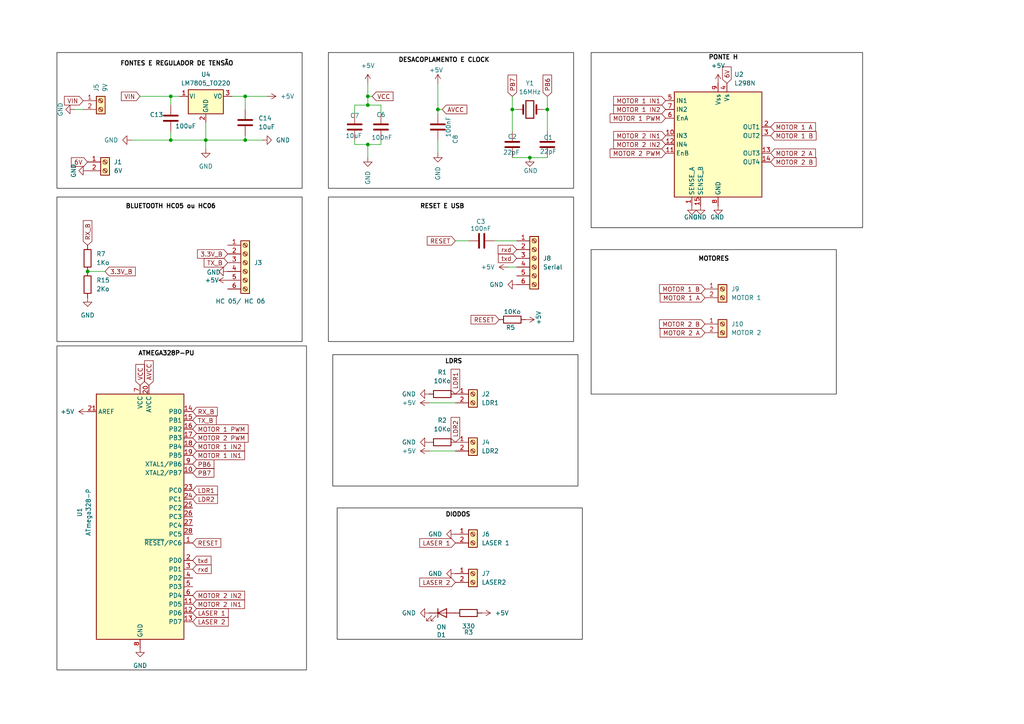
<source format=kicad_sch>
(kicad_sch (version 20250114) (generator "eeschema") (generator_version "9.0")
  (paper "A4")
  (lib_symbols
    (symbol "Connector:Screw_Terminal_01x02" (pin_names (offset 1.016) (hide yes))
      (property "Reference" "J" (at 0 2.54 0))
      (property "Value" "Screw_Terminal_01x02" (at 0 -5.08 0))
      (symbol "Screw_Terminal_01x02_1_1"
        (rectangle (start -1.27 1.27) (end 1.27 -3.81) (stroke (width 0.254)) (fill (type background)))
        (polyline (pts (xy -0.5334 0.3302) (xy 0.3302 -0.508)) (stroke (width 0.1524)))
        (polyline (pts (xy -0.5334 -2.2098) (xy 0.3302 -3.048)) (stroke (width 0.1524)))
        (polyline (pts (xy -0.3556 0.508) (xy 0.508 -0.3302)) (stroke (width 0.1524)))
        (polyline (pts (xy -0.3556 -2.032) (xy 0.508 -2.8702)) (stroke (width 0.1524)))
        (circle (center 0 0) (radius 0.635) (stroke (width 0.1524)))
        (circle (center 0 -2.54) (radius 0.635) (stroke (width 0.1524)))
        (pin passive line (at -5.08 0 0) (length 3.81) (name "Pin_1") (number "1"))
        (pin passive line (at -5.08 -2.54 0) (length 3.81) (name "Pin_2") (number "2"))
      )
    )
    (symbol "Connector:Screw_Terminal_01x06" (pin_names (offset 1.016) (hide yes))
      (property "Reference" "J" (at 0 7.62 0))
      (property "Value" "Screw_Terminal_01x06" (at 0 -10.16 0))
      (symbol "Screw_Terminal_01x06_1_1"
        (rectangle (start -1.27 6.35) (end 1.27 -8.89) (stroke (width 0.254)) (fill (type background)))
        (polyline (pts (xy -0.5334 5.4102) (xy 0.3302 4.572)) (stroke (width 0.1524)))
        (polyline (pts (xy -0.5334 2.8702) (xy 0.3302 2.032)) (stroke (width 0.1524)))
        (polyline (pts (xy -0.5334 0.3302) (xy 0.3302 -0.508)) (stroke (width 0.1524)))
        (polyline (pts (xy -0.5334 -2.2098) (xy 0.3302 -3.048)) (stroke (width 0.1524)))
        (polyline (pts (xy -0.5334 -4.7498) (xy 0.3302 -5.588)) (stroke (width 0.1524)))
        (polyline (pts (xy -0.5334 -7.2898) (xy 0.3302 -8.128)) (stroke (width 0.1524)))
        (polyline (pts (xy -0.3556 5.588) (xy 0.508 4.7498)) (stroke (width 0.1524)))
        (polyline (pts (xy -0.3556 3.048) (xy 0.508 2.2098)) (stroke (width 0.1524)))
        (polyline (pts (xy -0.3556 0.508) (xy 0.508 -0.3302)) (stroke (width 0.1524)))
        (polyline (pts (xy -0.3556 -2.032) (xy 0.508 -2.8702)) (stroke (width 0.1524)))
        (polyline (pts (xy -0.3556 -4.572) (xy 0.508 -5.4102)) (stroke (width 0.1524)))
        (polyline (pts (xy -0.3556 -7.112) (xy 0.508 -7.9502)) (stroke (width 0.1524)))
        (circle (center 0 5.08) (radius 0.635) (stroke (width 0.1524)))
        (circle (center 0 2.54) (radius 0.635) (stroke (width 0.1524)))
        (circle (center 0 0) (radius 0.635) (stroke (width 0.1524)))
        (circle (center 0 -2.54) (radius 0.635) (stroke (width 0.1524)))
        (circle (center 0 -5.08) (radius 0.635) (stroke (width 0.1524)))
        (circle (center 0 -7.62) (radius 0.635) (stroke (width 0.1524)))
        (pin passive line (at -5.08 5.08 0) (length 3.81) (name "Pin_1") (number "1"))
        (pin passive line (at -5.08 2.54 0) (length 3.81) (name "Pin_2") (number "2"))
        (pin passive line (at -5.08 0 0) (length 3.81) (name "Pin_3") (number "3"))
        (pin passive line (at -5.08 -2.54 0) (length 3.81) (name "Pin_4") (number "4"))
        (pin passive line (at -5.08 -5.08 0) (length 3.81) (name "Pin_5") (number "5"))
        (pin passive line (at -5.08 -7.62 0) (length 3.81) (name "Pin_6") (number "6"))
      )
    )
    (symbol "Device:C" (pin_numbers (hide yes)) (pin_names (offset 0.254))
      (property "Reference" "C" (at 0.635 2.54 0))
      (property "Value" "C" (at 0.635 -2.54 0))
      (symbol "C_0_1"
        (polyline (pts (xy -2.032 0.762) (xy 2.032 0.762)) (stroke (width 0.508)))
        (polyline (pts (xy -2.032 -0.762) (xy 2.032 -0.762)) (stroke (width 0.508)))
      )
      (symbol "C_1_1"
        (pin passive line (at 0 3.81 270) (length 2.794) (name "~") (number "1"))
        (pin passive line (at 0 -3.81 90) (length 2.794) (name "~") (number "2"))
      )
    )
    (symbol "Device:Crystal" (pin_numbers (hide yes)) (pin_names (offset 1.016) (hide yes))
      (property "Reference" "Y" (at 0 3.81 0))
      (property "Value" "Crystal" (at 0 -3.81 0))
      (symbol "Crystal_0_1"
        (polyline (pts (xy -2.54 0) (xy -1.905 0)))
        (polyline (pts (xy -1.905 -1.27) (xy -1.905 1.27)) (stroke (width 0.508)))
        (rectangle (start -1.143 2.54) (end 1.143 -2.54) (stroke (width 0.3048)))
        (polyline (pts (xy 1.905 -1.27) (xy 1.905 1.27)) (stroke (width 0.508)))
        (polyline (pts (xy 2.54 0) (xy 1.905 0)))
      )
      (symbol "Crystal_1_1"
        (pin passive line (at -3.81 0 0) (length 1.27) (name "1") (number "1"))
        (pin passive line (at 3.81 0 180) (length 1.27) (name "2") (number "2"))
      )
    )
    (symbol "Device:LED" (pin_numbers (hide yes)) (pin_names (offset 1.016) (hide yes))
      (property "Reference" "D" (at 0 2.54 0))
      (property "Value" "LED" (at 0 -2.54 0))
      (symbol "LED_0_1"
        (polyline (pts (xy -3.048 -0.762) (xy -4.572 -2.286) (xy -3.81 -2.286) (xy -4.572 -2.286) (xy -4.572 -1.524)))
        (polyline (pts (xy -1.778 -0.762) (xy -3.302 -2.286) (xy -2.54 -2.286) (xy -3.302 -2.286) (xy -3.302 -1.524)))
        (polyline (pts (xy -1.27 0) (xy 1.27 0)))
        (polyline (pts (xy -1.27 -1.27) (xy -1.27 1.27)) (stroke (width 0.254)))
        (polyline (pts (xy 1.27 -1.27) (xy 1.27 1.27) (xy -1.27 0) (xy 1.27 -1.27)) (stroke (width 0.254)))
      )
      (symbol "LED_1_1"
        (pin passive line (at -3.81 0 0) (length 2.54) (name "K") (number "1"))
        (pin passive line (at 3.81 0 180) (length 2.54) (name "A") (number "2"))
      )
    )
    (symbol "Device:R" (pin_numbers (hide yes)) (pin_names (offset 0))
      (property "Reference" "R" (at 2.032 0 90))
      (property "Value" "R" (at 0 0 90))
      (symbol "R_0_1"
        (rectangle (start -1.016 -2.54) (end 1.016 2.54) (stroke (width 0.254)))
      )
      (symbol "R_1_1"
        (pin passive line (at 0 3.81 270) (length 1.27) (name "~") (number "1"))
        (pin passive line (at 0 -3.81 90) (length 1.27) (name "~") (number "2"))
      )
    )
    (symbol "Driver_Motor:L298N"
      (property "Reference" "U" (at -10.16 16.51 0))
      (property "Value" "L298N" (at 12.7 16.51 0))
      (symbol "L298N_0_1"
        (rectangle (start -12.7 15.24) (end 12.7 -15.24) (stroke (width 0.254)) (fill (type background)))
      )
      (symbol "L298N_1_1"
        (pin input line (at -15.24 12.7 0) (length 2.54) (name "IN1") (number "5"))
        (pin input line (at -15.24 10.16 0) (length 2.54) (name "IN2") (number "7"))
        (pin input line (at -15.24 7.62 0) (length 2.54) (name "EnA") (number "6"))
        (pin input line (at -15.24 2.54 0) (length 2.54) (name "IN3") (number "10"))
        (pin input line (at -15.24 0 0) (length 2.54) (name "IN4") (number "12"))
        (pin input line (at -15.24 -2.54 0) (length 2.54) (name "EnB") (number "11"))
        (pin input line (at -7.62 -17.78 90) (length 2.54) (name "SENSE_A") (number "1"))
        (pin input line (at -5.08 -17.78 90) (length 2.54) (name "SENSE_B") (number "15"))
        (pin power_in line (at 0 17.78 270) (length 2.54) (name "Vss") (number "9"))
        (pin power_in line (at 0 -17.78 90) (length 2.54) (name "GND") (number "8"))
        (pin power_in line (at 2.54 17.78 270) (length 2.54) (name "Vs") (number "4"))
        (pin output line (at 15.24 5.08 180) (length 2.54) (name "OUT1") (number "2"))
        (pin output line (at 15.24 2.54 180) (length 2.54) (name "OUT2") (number "3"))
        (pin output line (at 15.24 -2.54 180) (length 2.54) (name "OUT3") (number "13"))
        (pin output line (at 15.24 -5.08 180) (length 2.54) (name "OUT4") (number "14"))
      )
    )
    (symbol "MCU_Microchip_ATmega:ATmega328-P"
      (property "Reference" "U" (at -12.7 36.83 0))
      (property "Value" "ATmega328-P" (at 2.54 -36.83 0))
      (symbol "ATmega328-P_0_1"
        (rectangle (start -12.7 -35.56) (end 12.7 35.56) (stroke (width 0.254)) (fill (type background)))
      )
      (symbol "ATmega328-P_1_1"
        (pin passive line (at -15.24 30.48 0) (length 2.54) (name "AREF") (number "21"))
        (pin power_in line (at 0 38.1 270) (length 2.54) (name "VCC") (number "7"))
        (pin passive line (at 0 -38.1 90) (length 2.54) (hide yes) (name "GND") (number "22"))
        (pin power_in line (at 0 -38.1 90) (length 2.54) (name "GND") (number "8"))
        (pin power_in line (at 2.54 38.1 270) (length 2.54) (name "AVCC") (number "20"))
        (pin bidirectional line (at 15.24 30.48 180) (length 2.54) (name "PB0") (number "14"))
        (pin bidirectional line (at 15.24 27.94 180) (length 2.54) (name "PB1") (number "15"))
        (pin bidirectional line (at 15.24 25.4 180) (length 2.54) (name "PB2") (number "16"))
        (pin bidirectional line (at 15.24 22.86 180) (length 2.54) (name "PB3") (number "17"))
        (pin bidirectional line (at 15.24 20.32 180) (length 2.54) (name "PB4") (number "18"))
        (pin bidirectional line (at 15.24 17.78 180) (length 2.54) (name "PB5") (number "19"))
        (pin bidirectional line (at 15.24 15.24 180) (length 2.54) (name "XTAL1/PB6") (number "9"))
        (pin bidirectional line (at 15.24 12.7 180) (length 2.54) (name "XTAL2/PB7") (number "10"))
        (pin bidirectional line (at 15.24 7.62 180) (length 2.54) (name "PC0") (number "23"))
        (pin bidirectional line (at 15.24 5.08 180) (length 2.54) (name "PC1") (number "24"))
        (pin bidirectional line (at 15.24 2.54 180) (length 2.54) (name "PC2") (number "25"))
        (pin bidirectional line (at 15.24 0 180) (length 2.54) (name "PC3") (number "26"))
        (pin bidirectional line (at 15.24 -2.54 180) (length 2.54) (name "PC4") (number "27"))
        (pin bidirectional line (at 15.24 -5.08 180) (length 2.54) (name "PC5") (number "28"))
        (pin bidirectional line (at 15.24 -7.62 180) (length 2.54) (name "~{RESET}/PC6") (number "1"))
        (pin bidirectional line (at 15.24 -12.7 180) (length 2.54) (name "PD0") (number "2"))
        (pin bidirectional line (at 15.24 -15.24 180) (length 2.54) (name "PD1") (number "3"))
        (pin bidirectional line (at 15.24 -17.78 180) (length 2.54) (name "PD2") (number "4"))
        (pin bidirectional line (at 15.24 -20.32 180) (length 2.54) (name "PD3") (number "5"))
        (pin bidirectional line (at 15.24 -22.86 180) (length 2.54) (name "PD4") (number "6"))
        (pin bidirectional line (at 15.24 -25.4 180) (length 2.54) (name "PD5") (number "11"))
        (pin bidirectional line (at 15.24 -27.94 180) (length 2.54) (name "PD6") (number "12"))
        (pin bidirectional line (at 15.24 -30.48 180) (length 2.54) (name "PD7") (number "13"))
      )
    )
    (symbol "Regulator_Linear:LM7805_TO220" (pin_names (offset 0.254))
      (property "Reference" "U" (at -3.81 3.175 0))
      (property "Value" "LM7805_TO220" (at 0 3.175 0))
      (symbol "LM7805_TO220_0_1"
        (rectangle (start -5.08 1.905) (end 5.08 -5.08) (stroke (width 0.254)) (fill (type background)))
      )
      (symbol "LM7805_TO220_1_1"
        (pin power_in line (at -7.62 0 0) (length 2.54) (name "VI") (number "1"))
        (pin power_in line (at 0 -7.62 90) (length 2.54) (name "GND") (number "2"))
        (pin power_out line (at 7.62 0 180) (length 2.54) (name "VO") (number "3"))
      )
    )
    (symbol "power:+5V" (power) (pin_numbers (hide yes)) (pin_names (offset 0) (hide yes))
      (property "Value" "+5V" (at 0 3.556 0))
      (symbol "+5V_0_1"
        (polyline (pts (xy -0.762 1.27) (xy 0 2.54)))
        (polyline (pts (xy 0 2.54) (xy 0.762 1.27)))
        (polyline (pts (xy 0 0) (xy 0 2.54)))
      )
      (symbol "+5V_1_1"
        (pin power_in line (at 0 0 90) (length 0) (name "~") (number "1"))
      )
    )
    (symbol "power:GND" (power) (pin_numbers (hide yes)) (pin_names (offset 0) (hide yes))
      (property "Value" "GND" (at 0 -3.81 0))
      (symbol "GND_0_1"
        (polyline (pts (xy 0 0) (xy 0 -1.27) (xy 1.27 -1.27) (xy 0 -2.54) (xy -1.27 -1.27) (xy 0 -1.27)))
      )
      (symbol "GND_1_1"
        (pin power_in line (at 0 0 270) (length 0) (name "~") (number "1"))
      )
    )
  )
  (rectangle (start 16.51 57.15) (end 87.63 99.06) (stroke (width 0) (color 0 0 0 1)))
  (rectangle (start 95.25 57.15) (end 166.37 99.06) (stroke (width 0) (color 0 0 0 1)))
  (rectangle (start 97.79 147.32) (end 168.91 185.42) (stroke (width 0) (color 0 0 0 1)))
  (rectangle (start 171.45 15.24) (end 250.19 66.04) (stroke (width 0) (color 0 0 0 1)))
  (rectangle (start 16.51 15.24) (end 87.63 54.61) (stroke (width 0) (color 0 0 0 1)))
  (rectangle (start 16.51 100.33) (end 88.9 194.31) (stroke (width 0) (color 0 0 0 1)))
  (rectangle (start 96.52 102.87) (end 167.64 140.97) (stroke (width 0) (color 0 0 0 1)))
  (rectangle (start 171.45 72.39) (end 242.57 114.3) (stroke (width 0) (color 0 0 0 1)))
  (rectangle (start 95.25 15.24) (end 166.37 54.61) (stroke (width 0) (color 0 0 0 1)))
  (text "PONTE H\n" (at 209.804 16.764 0) (effects (font (size 1.27 1.27) (thickness 0.254) (bold yes))))
  (text "ATMEGA328P-PU" (at 48.26 102.616 0) (effects (font (size 1.27 1.27) (thickness 0.254) (bold yes))))
  (text "LDRS\n" (at 131.572 104.902 0) (effects (font (size 1.27 1.27) (thickness 0.254) (bold yes))))
  (text "DIODOS\n" (at 132.842 149.352 0) (effects (font (size 1.27 1.27) (thickness 0.254) (bold yes))))
  (text "RESET E USB" (at 128.27 59.944 0) (effects (font (size 1.27 1.27) (thickness 0.254) (bold yes))))
  (text "MOTORES" (at 207.01 75.184 0) (effects (font (size 1.27 1.27) (thickness 0.254) (bold yes))))
  (text "DESACOPLAMENTO E CLOCK" (at 128.778 17.526 0) (effects (font (size 1.27 1.27) (thickness 0.254) (bold yes))))
  (text "BLUETOOTH HC05 ou HC06\n" (at 49.53 59.944 0) (effects (font (size 1.27 1.27) (thickness 0.254) (bold yes))))
  (text "FONTES E REGULADOR DE TENSÃO" (at 51.308 18.542 0) (effects (font (size 1.27 1.27) (thickness 0.254) (bold yes))))
  (junction (at 106.68 30.48))
  (junction (at 59.69 40.64))
  (junction (at 127 31.75))
  (junction (at 25.4 78.74))
  (junction (at 49.53 40.64))
  (junction (at 49.53 27.94))
  (junction (at 153.67 45.72))
  (junction (at 71.12 40.64))
  (junction (at 71.12 27.94))
  (junction (at 158.75 31.75))
  (junction (at 106.68 41.91))
  (junction (at 106.68 27.94))
  (junction (at 148.59 31.75))
  (wire (pts (xy 124.46 116.84) (xy 132.08 116.84)))
  (wire (pts (xy 102.87 30.48) (xy 106.68 30.48)))
  (wire (pts (xy 40.64 27.94) (xy 49.53 27.94)))
  (wire (pts (xy 106.68 27.94) (xy 106.68 30.48)))
  (wire (pts (xy 143.51 69.85) (xy 149.86 69.85)))
  (wire (pts (xy 59.69 35.56) (xy 59.69 40.64)))
  (wire (pts (xy 38.1 40.64) (xy 49.53 40.64)))
  (wire (pts (xy 158.75 31.75) (xy 157.48 31.75)))
  (wire (pts (xy 127 31.75) (xy 127 33.02)))
  (wire (pts (xy 158.75 31.75) (xy 158.75 27.94)))
  (wire (pts (xy 106.68 45.72) (xy 106.68 41.91)))
  (wire (pts (xy 158.75 45.72) (xy 153.67 45.72)))
  (wire (pts (xy 49.53 40.64) (xy 49.53 38.1)))
  (wire (pts (xy 106.68 41.91) (xy 102.87 41.91)))
  (wire (pts (xy 67.31 27.94) (xy 71.12 27.94)))
  (wire (pts (xy 71.12 27.94) (xy 77.47 27.94)))
  (wire (pts (xy 127 40.64) (xy 127 44.45)))
  (wire (pts (xy 102.87 33.02) (xy 102.87 30.48)))
  (wire (pts (xy 21.59 31.75) (xy 24.13 31.75)))
  (wire (pts (xy 49.53 40.64) (xy 59.69 40.64)))
  (wire (pts (xy 124.46 130.81) (xy 132.08 130.81)))
  (wire (pts (xy 149.86 31.75) (xy 148.59 31.75)))
  (wire (pts (xy 71.12 27.94) (xy 71.12 31.75)))
  (wire (pts (xy 158.75 31.75) (xy 158.75 38.1)))
  (wire (pts (xy 153.67 45.72) (xy 148.59 45.72)))
  (wire (pts (xy 59.69 40.64) (xy 59.69 43.18)))
  (wire (pts (xy 25.4 78.74) (xy 30.48 78.74)))
  (wire (pts (xy 49.53 27.94) (xy 49.53 30.48)))
  (wire (pts (xy 107.95 27.94) (xy 106.68 27.94)))
  (wire (pts (xy 106.68 30.48) (xy 110.49 30.48)))
  (wire (pts (xy 110.49 41.91) (xy 110.49 40.64)))
  (wire (pts (xy 71.12 40.64) (xy 76.2 40.64)))
  (wire (pts (xy 110.49 30.48) (xy 110.49 33.02)))
  (wire (pts (xy 148.59 31.75) (xy 148.59 38.1)))
  (wire (pts (xy 106.68 24.13) (xy 106.68 27.94)))
  (wire (pts (xy 102.87 41.91) (xy 102.87 40.64)))
  (wire (pts (xy 59.69 40.64) (xy 71.12 40.64)))
  (wire (pts (xy 132.08 69.85) (xy 135.89 69.85)))
  (wire (pts (xy 128.27 31.75) (xy 127 31.75)))
  (wire (pts (xy 148.59 31.75) (xy 148.59 27.94)))
  (wire (pts (xy 49.53 27.94) (xy 52.07 27.94)))
  (wire (pts (xy 127 24.13) (xy 127 31.75)))
  (wire (pts (xy 106.68 41.91) (xy 110.49 41.91)))
  (wire (pts (xy 147.32 77.47) (xy 149.86 77.47)))
  (wire (pts (xy 71.12 40.64) (xy 71.12 39.37)))
  (global_label "RX_B" (shape input) (at 25.4 71.12 90) (property "Intersheetrefs" "${INTERSHEET_REFS}" (effects (hide yes))))
  (global_label "LDR1" (shape input) (at 55.88 142.24 0) (property "Intersheetrefs" "${INTERSHEET_REFS}" (effects (hide yes))))
  (global_label "LASER 1" (shape input) (at 132.08 157.48 180) (property "Intersheetrefs" "${INTERSHEET_REFS}" (effects (hide yes))))
  (global_label "VIN" (shape input) (at 24.13 29.21 180) (property "Intersheetrefs" "${INTERSHEET_REFS}" (effects (hide yes))))
  (global_label "txd" (shape input) (at 149.86 74.93 180) (property "Intersheetrefs" "${INTERSHEET_REFS}" (effects (hide yes))))
  (global_label "MOTOR 2 A" (shape input) (at 204.47 96.52 180) (property "Intersheetrefs" "${INTERSHEET_REFS}" (effects (hide yes))))
  (global_label "MOTOR 2 IN2" (shape input) (at 193.04 41.91 180) (property "Intersheetrefs" "${INTERSHEET_REFS}" (effects (hide yes))))
  (global_label "LDR2" (shape input) (at 132.08 128.27 90) (property "Intersheetrefs" "${INTERSHEET_REFS}" (effects (hide yes))))
  (global_label "MOTOR 2 B" (shape input) (at 223.52 46.99 0) (property "Intersheetrefs" "${INTERSHEET_REFS}" (effects (hide yes))))
  (global_label "MOTOR 2 IN1" (shape input) (at 55.88 175.26 0) (property "Intersheetrefs" "${INTERSHEET_REFS}" (effects (hide yes))))
  (global_label "rxd" (shape input) (at 149.86 72.39 180) (property "Intersheetrefs" "${INTERSHEET_REFS}" (effects (hide yes))))
  (global_label "MOTOR 2 A" (shape input) (at 223.52 44.45 0) (property "Intersheetrefs" "${INTERSHEET_REFS}" (effects (hide yes))))
  (global_label "AVCC" (shape input) (at 128.27 31.75 0) (effects (font (thickness 0.1588))) (property "Intersheetrefs" "${INTERSHEET_REFS}" (effects (hide yes))))
  (global_label "MOTOR 2 B" (shape input) (at 204.47 93.98 180) (property "Intersheetrefs" "${INTERSHEET_REFS}" (effects (hide yes))))
  (global_label "RX_B" (shape input) (at 55.88 119.38 0) (property "Intersheetrefs" "${INTERSHEET_REFS}" (effects (hide yes))))
  (global_label "RESET" (shape input) (at 132.08 69.85 180) (property "Intersheetrefs" "${INTERSHEET_REFS}" (effects (hide yes))))
  (global_label "MOTOR 1 B" (shape input) (at 223.52 39.37 0) (property "Intersheetrefs" "${INTERSHEET_REFS}" (effects (hide yes))))
  (global_label "6V" (shape input) (at 25.4 46.99 180) (property "Intersheetrefs" "${INTERSHEET_REFS}" (effects (hide yes))))
  (global_label "6V" (shape input) (at 210.82 24.13 90) (property "Intersheetrefs" "${INTERSHEET_REFS}" (effects (hide yes))))
  (global_label "TX_B" (shape input) (at 55.88 121.92 0) (property "Intersheetrefs" "${INTERSHEET_REFS}" (effects (hide yes))))
  (global_label "VIN" (shape input) (at 40.64 27.94 180) (property "Intersheetrefs" "${INTERSHEET_REFS}" (effects (hide yes))))
  (global_label "PB6" (shape input) (at 158.75 27.94 90) (effects (font (thickness 0.1588))) (property "Intersheetrefs" "${INTERSHEET_REFS}" (effects (hide yes))))
  (global_label "3.3V_B" (shape input) (at 66.04 73.66 180) (property "Intersheetrefs" "${INTERSHEET_REFS}" (effects (hide yes))))
  (global_label "LASER 2" (shape input) (at 55.88 180.34 0) (property "Intersheetrefs" "${INTERSHEET_REFS}" (effects (hide yes))))
  (global_label "MOTOR 2 IN1" (shape input) (at 193.04 39.37 180) (property "Intersheetrefs" "${INTERSHEET_REFS}" (effects (hide yes))))
  (global_label "MOTOR 1 IN2" (shape input) (at 55.88 129.54 0) (property "Intersheetrefs" "${INTERSHEET_REFS}" (effects (hide yes))))
  (global_label "VCC" (shape input) (at 107.95 27.94 0) (effects (font (thickness 0.1588))) (property "Intersheetrefs" "${INTERSHEET_REFS}" (effects (hide yes))))
  (global_label "RESET" (shape input) (at 55.88 157.48 0) (property "Intersheetrefs" "${INTERSHEET_REFS}" (effects (hide yes))))
  (global_label "PB7" (shape input) (at 55.88 137.16 0) (effects (font (thickness 0.1588))) (property "Intersheetrefs" "${INTERSHEET_REFS}" (effects (hide yes))))
  (global_label "LASER 2" (shape input) (at 132.08 168.91 180) (property "Intersheetrefs" "${INTERSHEET_REFS}" (effects (hide yes))))
  (global_label "LDR2" (shape input) (at 55.88 144.78 0) (property "Intersheetrefs" "${INTERSHEET_REFS}" (effects (hide yes))))
  (global_label "MOTOR 1 B" (shape input) (at 204.47 83.82 180) (property "Intersheetrefs" "${INTERSHEET_REFS}" (effects (hide yes))))
  (global_label "MOTOR 1 IN1" (shape input) (at 193.04 29.21 180) (property "Intersheetrefs" "${INTERSHEET_REFS}" (effects (hide yes))))
  (global_label "LASER 1" (shape input) (at 55.88 177.8 0) (property "Intersheetrefs" "${INTERSHEET_REFS}" (effects (hide yes))))
  (global_label "MOTOR 2 IN2" (shape input) (at 55.88 172.72 0) (property "Intersheetrefs" "${INTERSHEET_REFS}" (effects (hide yes))))
  (global_label "PB6" (shape input) (at 55.88 134.62 0) (effects (font (thickness 0.1588))) (property "Intersheetrefs" "${INTERSHEET_REFS}" (effects (hide yes))))
  (global_label "txd" (shape input) (at 55.88 162.56 0) (property "Intersheetrefs" "${INTERSHEET_REFS}" (effects (hide yes))))
  (global_label "PB7" (shape input) (at 148.59 27.94 90) (effects (font (thickness 0.1588))) (property "Intersheetrefs" "${INTERSHEET_REFS}" (effects (hide yes))))
  (global_label "MOTOR 1 A" (shape input) (at 223.52 36.83 0) (property "Intersheetrefs" "${INTERSHEET_REFS}" (effects (hide yes))))
  (global_label "LDR1" (shape input) (at 132.08 114.3 90) (property "Intersheetrefs" "${INTERSHEET_REFS}" (effects (hide yes))))
  (global_label "MOTOR 1 PWM" (shape input) (at 193.04 34.29 180) (property "Intersheetrefs" "${INTERSHEET_REFS}" (effects (hide yes))))
  (global_label "rxd" (shape input) (at 55.88 165.1 0) (property "Intersheetrefs" "${INTERSHEET_REFS}" (effects (hide yes))))
  (global_label "MOTOR 1 A" (shape input) (at 204.47 86.36 180) (property "Intersheetrefs" "${INTERSHEET_REFS}" (effects (hide yes))))
  (global_label "VCC" (shape input) (at 40.64 111.76 90) (effects (font (thickness 0.1588))) (property "Intersheetrefs" "${INTERSHEET_REFS}" (effects (hide yes))))
  (global_label "MOTOR 2 PWM" (shape input) (at 55.88 127 0) (property "Intersheetrefs" "${INTERSHEET_REFS}" (effects (hide yes))))
  (global_label "MOTOR 1 IN2" (shape input) (at 193.04 31.75 180) (property "Intersheetrefs" "${INTERSHEET_REFS}" (effects (hide yes))))
  (global_label "AVCC" (shape input) (at 43.18 111.76 90) (effects (font (thickness 0.1588))) (property "Intersheetrefs" "${INTERSHEET_REFS}" (effects (hide yes))))
  (global_label "RESET" (shape input) (at 144.78 92.71 180) (property "Intersheetrefs" "${INTERSHEET_REFS}" (effects (hide yes))))
  (global_label "MOTOR 1 IN1" (shape input) (at 55.88 132.08 0) (property "Intersheetrefs" "${INTERSHEET_REFS}" (effects (hide yes))))
  (global_label "MOTOR 1 PWM" (shape input) (at 55.88 124.46 0) (property "Intersheetrefs" "${INTERSHEET_REFS}" (effects (hide yes))))
  (global_label "TX_B" (shape input) (at 66.04 76.2 180) (property "Intersheetrefs" "${INTERSHEET_REFS}" (effects (hide yes))))
  (global_label "3.3V_B" (shape input) (at 30.48 78.74 0) (property "Intersheetrefs" "${INTERSHEET_REFS}" (effects (hide yes))))
  (global_label "MOTOR 2 PWM" (shape input) (at 193.04 44.45 180) (property "Intersheetrefs" "${INTERSHEET_REFS}" (effects (hide yes))))
  (symbol (lib_id "Device:C") (at 49.53 34.29 0) (unit 1)
    (property "Reference" "C13" (at 43.434 33.274 0) (effects (justify left)))
    (property "Value" "100uF" (at 50.8 36.576 0) (effects (justify left)))
    (property "Footprint" "Capacitor_THT:CP_Radial_D6.3mm_P2.50mm" (effects (hide yes)))
    (property "Description" "Unpolarized capacitor" (effects (hide yes)))
  )
  (symbol (lib_id "Driver_Motor:L298N") (at 208.28 41.91 0) (unit 1)
    (property "Reference" "U2" (at 212.9633 21.59 0) (effects (justify left)))
    (property "Value" "L298N" (at 212.9633 24.13 0) (effects (justify left)))
    (property "Footprint" "Package_TO_SOT_THT:TO-220-15_P2.54x5.08mm_StaggerOdd_Lead4.58mm_Vertical" (effects (hide yes)))
    (property "Datasheet" "http://www.st.com/st-web-ui/static/active/en/resource/technical/document/datasheet/CD00000240.pdf" (effects (hide yes)))
    (property "Description" "Dual full bridge motor driver, up to 46V, 4A, Multiwatt15-V" (effects (hide yes)))
  )
  (symbol (lib_id "Device:C") (at 71.12 35.56 0) (unit 1)
    (property "Reference" "C14" (at 74.93 34.2899 0) (effects (justify left)))
    (property "Value" "10uF" (at 74.93 36.8299 0) (effects (justify left)))
    (property "Footprint" "Capacitor_THT:CP_Radial_D6.3mm_P2.50mm" (effects (hide yes)))
    (property "Description" "Unpolarized capacitor" (effects (hide yes)))
  )
  (symbol (lib_id "Device:R") (at 135.89 177.8 270) (unit 1)
    (property "Reference" "R3" (at 135.89 183.388 90))
    (property "Value" "330" (at 135.89 181.61 90))
    (property "Footprint" "Resistor_THT:R_Axial_DIN0207_L6.3mm_D2.5mm_P10.16mm_Horizontal" (effects (hide yes)))
    (property "Description" "Resistor" (effects (hide yes)))
  )
  (symbol (lib_id "Connector:Screw_Terminal_01x02") (at 137.16 166.37 0) (unit 1)
    (property "Reference" "J7" (at 139.7 166.3699 0) (effects (justify left)))
    (property "Value" "LASER2" (at 139.7 168.9099 0) (effects (justify left)))
    (property "Footprint" "TerminalBlock:TerminalBlock_MaiXu_MX126-5.0-02P_1x02_P5.00mm" (effects (hide yes)))
    (property "Description" "Generic screw terminal, single row, 01x02, script generated (kicad-library-utils/schlib/autogen/connector/)" (effects (hide yes)))
  )
  (symbol (lib_id "Device:C") (at 139.7 69.85 90) (unit 1)
    (property "Reference" "C3" (at 139.446 64.262 90))
    (property "Value" "100nF" (at 139.446 66.294 90))
    (property "Footprint" "Capacitor_THT:CP_Radial_Tantal_D5.5mm_P2.50mm" (effects (hide yes)))
    (property "Description" "Unpolarized capacitor" (effects (hide yes)))
  )
  (symbol (lib_id "power:GND") (at 59.69 43.18 0) (unit 1)
    (property "Reference" "#PWR025" (effects (hide yes)))
    (property "Value" "GND" (at 59.69 48.26 0))
    (property "Description" "Power symbol creates a global label with name \"GND\" , ground" (effects (hide yes)))
  )
  (symbol (lib_id "Regulator_Linear:LM7805_TO220") (at 59.69 27.94 0) (unit 1)
    (property "Reference" "U4" (at 59.69 21.59 0))
    (property "Value" "LM7805_TO220" (at 59.69 24.13 0))
    (property "Footprint" "Package_TO_SOT_THT:TO-220-3_Vertical" (effects (hide yes)))
    (property "Datasheet" "https://www.onsemi.cn/PowerSolutions/document/MC7800-D.PDF" (effects (hide yes)))
    (property "Description" "Positive 1A 35V Linear Regulator, Fixed Output 5V, TO-220" (effects (hide yes)))
  )
  (symbol (lib_id "power:GND") (at 25.4 49.53 270) (unit 1)
    (property "Reference" "#PWR04" (effects (hide yes)))
    (property "Value" "GND" (at 21.336 49.53 0))
    (property "Description" "Power symbol creates a global label with name \"GND\" , ground" (effects (hide yes)))
  )
  (symbol (lib_id "power:GND") (at 132.08 154.94 270) (unit 1)
    (property "Reference" "#PWR014" (effects (hide yes)))
    (property "Value" "GND" (at 128.27 154.9399 90) (effects (justify right)))
    (property "Description" "Power symbol creates a global label with name \"GND\" , ground" (effects (hide yes)))
  )
  (symbol (lib_id "power:GND") (at 38.1 40.64 270) (unit 1)
    (property "Reference" "#PWR024" (effects (hide yes)))
    (property "Value" "GND" (at 34.29 40.6399 90) (effects (justify right)))
    (property "Description" "Power symbol creates a global label with name \"GND\" , ground" (effects (hide yes)))
  )
  (symbol (lib_id "power:+5V") (at 147.32 77.47 90) (unit 1)
    (property "Reference" "#PWR020" (effects (hide yes)))
    (property "Value" "+5V" (at 143.51 77.4699 90) (effects (justify left)))
    (property "Description" "Power symbol creates a global label with name \"+5V\"" (effects (hide yes)))
  )
  (symbol (lib_id "Connector:Screw_Terminal_01x02") (at 137.16 128.27 0) (unit 1)
    (property "Reference" "J4" (at 139.7 128.2699 0) (effects (justify left)))
    (property "Value" "LDR2" (at 139.7 130.8099 0) (effects (justify left)))
    (property "Footprint" "TerminalBlock:TerminalBlock_MaiXu_MX126-5.0-02P_1x02_P5.00mm" (effects (hide yes)))
    (property "Description" "Generic screw terminal, single row, 01x02, script generated (kicad-library-utils/schlib/autogen/connector/)" (effects (hide yes)))
  )
  (symbol (lib_id "Device:C") (at 102.87 36.83 0) (unit 1)
    (property "Reference" "C7" (at 102.87 33.528 0))
    (property "Value" "10uF" (at 102.616 39.37 0))
    (property "Footprint" "Capacitor_THT:CP_Radial_Tantal_D5.5mm_P2.50mm" (effects (hide yes)))
    (property "Description" "Unpolarized capacitor" (effects (hide yes)))
  )
  (symbol (lib_id "power:GND") (at 124.46 114.3 270) (unit 1)
    (property "Reference" "#PWR010" (effects (hide yes)))
    (property "Value" "GND" (at 120.65 114.2999 90) (effects (justify right)))
    (property "Description" "Power symbol creates a global label with name \"GND\" , ground" (effects (hide yes)))
  )
  (symbol (lib_id "power:GND") (at 149.86 82.55 270) (unit 1)
    (property "Reference" "#PWR016" (effects (hide yes)))
    (property "Value" "GND" (at 146.05 82.5499 90) (effects (justify right)))
    (property "Description" "Power symbol creates a global label with name \"GND\" , ground" (effects (hide yes)))
  )
  (symbol (lib_id "power:GND") (at 153.67 45.72 0) (unit 1)
    (property "Reference" "#PWR015" (effects (hide yes)))
    (property "Value" "GND" (at 155.956 49.53 0) (effects (justify right)))
    (property "Description" "Power symbol creates a global label with name \"GND\" , ground" (effects (hide yes)))
  )
  (symbol (lib_id "Connector:Screw_Terminal_01x02") (at 137.16 154.94 0) (unit 1)
    (property "Reference" "J6" (at 139.7 154.9399 0) (effects (justify left)))
    (property "Value" "LASER 1" (at 139.7 157.4799 0) (effects (justify left)))
    (property "Footprint" "TerminalBlock:TerminalBlock_MaiXu_MX126-5.0-02P_1x02_P5.00mm" (effects (hide yes)))
    (property "Description" "Generic screw terminal, single row, 01x02, script generated (kicad-library-utils/schlib/autogen/connector/)" (effects (hide yes)))
  )
  (symbol (lib_id "Connector:Screw_Terminal_01x06") (at 154.94 74.93 0) (unit 1)
    (property "Reference" "J8" (at 157.48 74.9299 0) (effects (justify left)))
    (property "Value" "Serial" (at 157.48 77.4699 0) (effects (justify left)))
    (property "Footprint" "Connector_PinHeader_2.54mm:PinHeader_1x06_P2.54mm_Vertical" (effects (hide yes)))
    (property "Description" "Generic screw terminal, single row, 01x06, script generated (kicad-library-utils/schlib/autogen/connector/)" (effects (hide yes)))
  )
  (symbol (lib_id "MCU_Microchip_ATmega:ATmega328-P") (at 40.64 149.86 0) (unit 1)
    (property "Reference" "U1" (at 23.114 148.59 90))
    (property "Value" "ATmega328-P" (at 25.654 148.59 90))
    (property "Footprint" "Package_DIP:DIP-28_W7.62mm" (effects (hide yes)))
    (property "Datasheet" "http://ww1.microchip.com/downloads/en/DeviceDoc/ATmega328_P%20AVR%20MCU%20with%20picoPower%20Technology%20Data%20Sheet%2040001984A.pdf" (effects (hide yes)))
    (property "Description" "20MHz, 32kB Flash, 2kB SRAM, 1kB EEPROM, DIP-28" (effects (hide yes)))
  )
  (symbol (lib_id "power:GND") (at 66.04 78.74 270) (unit 1)
    (property "Reference" "#PWR06" (effects (hide yes)))
    (property "Value" "GND" (at 64.008 78.994 90) (effects (justify right)))
    (property "Description" "Power symbol creates a global label with name \"GND\" , ground" (effects (hide yes)))
  )
  (symbol (lib_id "Connector:Screw_Terminal_01x02") (at 137.16 114.3 0) (unit 1)
    (property "Reference" "J2" (at 139.7 114.2999 0) (effects (justify left)))
    (property "Value" "LDR1" (at 139.7 116.8399 0) (effects (justify left)))
    (property "Footprint" "TerminalBlock:TerminalBlock_MaiXu_MX126-5.0-02P_1x02_P5.00mm" (effects (hide yes)))
    (property "Description" "Generic screw terminal, single row, 01x02, script generated (kicad-library-utils/schlib/autogen/connector/)" (effects (hide yes)))
  )
  (symbol (lib_id "power:+5V") (at 25.4 119.38 90) (unit 1)
    (property "Reference" "#PWR023" (effects (hide yes)))
    (property "Value" "+5V" (at 21.59 119.3799 90) (effects (justify left)))
    (property "Description" "Power symbol creates a global label with name \"+5V\"" (effects (hide yes)))
  )
  (symbol (lib_id "Device:R") (at 25.4 74.93 180) (unit 1)
    (property "Reference" "R7" (at 27.94 73.6599 0) (effects (justify right)))
    (property "Value" "1Ko" (at 27.94 76.1999 0) (effects (justify right)))
    (property "Footprint" "Resistor_THT:R_Axial_DIN0207_L6.3mm_D2.5mm_P10.16mm_Horizontal" (effects (hide yes)))
    (property "Description" "Resistor" (effects (hide yes)))
  )
  (symbol (lib_id "Device:R") (at 25.4 82.55 0) (unit 1)
    (property "Reference" "R15" (at 27.94 81.2799 0) (effects (justify left)))
    (property "Value" "2Ko" (at 27.94 83.8199 0) (effects (justify left)))
    (property "Footprint" "Resistor_THT:R_Axial_DIN0207_L6.3mm_D2.5mm_P10.16mm_Horizontal" (effects (hide yes)))
    (property "Description" "Resistor" (effects (hide yes)))
  )
  (symbol (lib_id "power:GND") (at 21.59 31.75 270) (unit 1)
    (property "Reference" "#PWR013" (effects (hide yes)))
    (property "Value" "GND" (at 17.526 31.75 0))
    (property "Description" "Power symbol creates a global label with name \"GND\" , ground" (effects (hide yes)))
  )
  (symbol (lib_id "power:GND") (at 76.2 40.64 90) (unit 1)
    (property "Reference" "#PWR026" (effects (hide yes)))
    (property "Value" "GND" (at 80.01 40.6399 90) (effects (justify right)))
    (property "Description" "Power symbol creates a global label with name \"GND\" , ground" (effects (hide yes)))
  )
  (symbol (lib_id "power:GND") (at 208.28 59.69 0) (unit 1)
    (property "Reference" "#PWR05" (effects (hide yes)))
    (property "Value" "GND" (at 210.058 62.992 0) (effects (justify right)))
    (property "Description" "Power symbol creates a global label with name \"GND\" , ground" (effects (hide yes)))
  )
  (symbol (lib_id "power:GND") (at 106.68 45.72 0) (unit 1)
    (property "Reference" "#PWR017" (effects (hide yes)))
    (property "Value" "GND" (at 106.6799 49.53 90) (effects (justify right)))
    (property "Description" "Power symbol creates a global label with name \"GND\" , ground" (effects (hide yes)))
  )
  (symbol (lib_id "Connector:Screw_Terminal_01x06") (at 71.12 76.2 0) (unit 1)
    (property "Reference" "J3" (at 73.66 76.1999 0) (effects (justify left)))
    (property "Value" "HC 05/ HC 06" (at 62.484 87.376 0) (effects (justify left)))
    (property "Footprint" "Connector_PinHeader_2.54mm:PinHeader_1x06_P2.54mm_Vertical" (effects (hide yes)))
    (property "Description" "Generic screw terminal, single row, 01x06, script generated (kicad-library-utils/schlib/autogen/connector/)" (effects (hide yes)))
  )
  (symbol (lib_id "power:GND") (at 40.64 187.96 0) (unit 1)
    (property "Reference" "#PWR08" (effects (hide yes)))
    (property "Value" "GND" (at 40.64 193.04 0))
    (property "Description" "Power symbol creates a global label with name \"GND\" , ground" (effects (hide yes)))
  )
  (symbol (lib_id "power:+5V") (at 124.46 116.84 90) (unit 1)
    (property "Reference" "#PWR09" (effects (hide yes)))
    (property "Value" "+5V" (at 120.65 116.8399 90) (effects (justify left)))
    (property "Description" "Power symbol creates a global label with name \"+5V\"" (effects (hide yes)))
  )
  (symbol (lib_id "power:GND") (at 25.4 86.36 0) (unit 1)
    (property "Reference" "#PWR030" (effects (hide yes)))
    (property "Value" "GND" (at 25.4 91.44 0))
    (property "Description" "Power symbol creates a global label with name \"GND\" , ground" (effects (hide yes)))
  )
  (symbol (lib_id "power:+5V") (at 152.4 92.71 270) (unit 1)
    (property "Reference" "#PWR02" (effects (hide yes)))
    (property "Value" "+5V" (at 156.21 92.202 0))
    (property "Description" "Power symbol creates a global label with name \"+5V\"" (effects (hide yes)))
  )
  (symbol (lib_id "power:+5V") (at 106.68 24.13 0) (unit 1)
    (property "Reference" "#PWR07" (effects (hide yes)))
    (property "Value" "+5V" (at 106.68 19.05 0))
    (property "Description" "Power symbol creates a global label with name \"+5V\"" (effects (hide yes)))
  )
  (symbol (lib_id "Connector:Screw_Terminal_01x02") (at 209.55 83.82 0) (unit 1)
    (property "Reference" "J9" (at 212.09 83.8199 0) (effects (justify left)))
    (property "Value" "MOTOR 1" (at 212.09 86.3599 0) (effects (justify left)))
    (property "Footprint" "TerminalBlock:TerminalBlock_MaiXu_MX126-5.0-02P_1x02_P5.00mm" (effects (hide yes)))
    (property "Description" "Generic screw terminal, single row, 01x02, script generated (kicad-library-utils/schlib/autogen/connector/)" (effects (hide yes)))
  )
  (symbol (lib_id "power:GND") (at 124.46 177.8 270) (unit 1)
    (property "Reference" "#PWR021" (effects (hide yes)))
    (property "Value" "GND" (at 120.65 177.8001 90) (effects (justify right)))
    (property "Description" "Power symbol creates a global label with name \"GND\" , ground" (effects (hide yes)))
  )
  (symbol (lib_id "power:+5V") (at 124.46 130.81 90) (unit 1)
    (property "Reference" "#PWR012" (effects (hide yes)))
    (property "Value" "+5V" (at 120.65 130.8099 90) (effects (justify left)))
    (property "Description" "Power symbol creates a global label with name \"+5V\"" (effects (hide yes)))
  )
  (symbol (lib_id "Device:C") (at 148.59 41.91 0) (unit 1)
    (property "Reference" "C2" (at 148.59 39.624 0))
    (property "Value" "22pF" (at 148.336 44.196 0))
    (property "Footprint" "Capacitor_THT:CP_Radial_Tantal_D5.5mm_P2.50mm" (effects (hide yes)))
    (property "Description" "Unpolarized capacitor" (effects (hide yes)))
  )
  (symbol (lib_id "Device:R") (at 128.27 128.27 90) (unit 1)
    (property "Reference" "R2" (at 128.27 121.92 90))
    (property "Value" "10Ko" (at 128.27 124.46 90))
    (property "Footprint" "Resistor_THT:R_Axial_DIN0207_L6.3mm_D2.5mm_P10.16mm_Horizontal" (effects (hide yes)))
    (property "Description" "Resistor" (effects (hide yes)))
  )
  (symbol (lib_id "Device:C") (at 158.75 41.91 0) (unit 1)
    (property "Reference" "C1" (at 159.004 39.878 0))
    (property "Value" "22pF" (at 159.004 43.942 0))
    (property "Footprint" "Capacitor_THT:CP_Radial_Tantal_D5.5mm_P2.50mm" (effects (hide yes)))
    (property "Description" "Unpolarized capacitor" (effects (hide yes)))
  )
  (symbol (lib_id "Device:LED") (at 128.27 177.8 0) (unit 1)
    (property "Reference" "D1" (at 128.016 184.15 0))
    (property "Value" "ON" (at 128.016 181.864 0))
    (property "Footprint" "LED_THT:LED_D3.0mm_Horizontal_O1.27mm_Z10.0mm" (effects (hide yes)))
    (property "Description" "Light emitting diode" (effects (hide yes)))
    (property "Sim.Pins" "1=K 2=A" (effects (hide yes)))
  )
  (symbol (lib_id "power:GND") (at 203.2 59.69 0) (unit 1)
    (property "Reference" "#PWR028" (effects (hide yes)))
    (property "Value" "GND" (at 204.978 62.992 0) (effects (justify right)))
    (property "Description" "Power symbol creates a global label with name \"GND\" , ground" (effects (hide yes)))
  )
  (symbol (lib_id "Connector:Screw_Terminal_01x02") (at 30.48 46.99 0) (unit 1)
    (property "Reference" "J1" (at 33.02 46.9899 0) (effects (justify left)))
    (property "Value" "6V" (at 33.02 49.5299 0) (effects (justify left)))
    (property "Footprint" "TerminalBlock:TerminalBlock_MaiXu_MX126-5.0-02P_1x02_P5.00mm" (effects (hide yes)))
    (property "Description" "Generic screw terminal, single row, 01x02, script generated (kicad-library-utils/schlib/autogen/connector/)" (effects (hide yes)))
  )
  (symbol (lib_id "Device:C") (at 110.49 36.83 0) (unit 1)
    (property "Reference" "C6" (at 110.49 33.274 0))
    (property "Value" "100nF" (at 110.744 39.878 0))
    (property "Footprint" "Capacitor_THT:CP_Radial_Tantal_D5.5mm_P2.50mm" (effects (hide yes)))
    (property "Description" "Unpolarized capacitor" (effects (hide yes)))
  )
  (symbol (lib_id "power:+5V") (at 77.47 27.94 270) (unit 1)
    (property "Reference" "#PWR027" (effects (hide yes)))
    (property "Value" "+5V" (at 81.28 27.9399 90) (effects (justify left)))
    (property "Description" "Power symbol creates a global label with name \"+5V\"" (effects (hide yes)))
  )
  (symbol (lib_id "Connector:Screw_Terminal_01x02") (at 29.21 29.21 0) (unit 1)
    (property "Reference" "J5" (at 27.9399 26.67 90) (effects (justify left)))
    (property "Value" "9V" (at 30.4799 26.67 90) (effects (justify left)))
    (property "Footprint" "TerminalBlock:TerminalBlock_MaiXu_MX126-5.0-02P_1x02_P5.00mm" (effects (hide yes)))
    (property "Description" "Generic screw terminal, single row, 01x02, script generated (kicad-library-utils/schlib/autogen/connector/)" (effects (hide yes)))
  )
  (symbol (lib_id "power:GND") (at 127 44.45 0) (unit 1)
    (property "Reference" "#PWR019" (effects (hide yes)))
    (property "Value" "GND" (at 127.0001 48.26 90) (effects (justify right)))
    (property "Description" "Power symbol creates a global label with name \"GND\" , ground" (effects (hide yes)))
  )
  (symbol (lib_id "power:+5V") (at 127 24.13 0) (unit 1)
    (property "Reference" "#PWR01" (effects (hide yes)))
    (property "Value" "+5V" (at 126.492 20.32 0))
    (property "Description" "Power symbol creates a global label with name \"+5V\"" (effects (hide yes)))
  )
  (symbol (lib_id "power:+5V") (at 139.7 177.8 270) (unit 1)
    (property "Reference" "#PWR022" (effects (hide yes)))
    (property "Value" "+5V" (at 143.51 177.8001 90) (effects (justify left)))
    (property "Description" "Power symbol creates a global label with name \"+5V\"" (effects (hide yes)))
  )
  (symbol (lib_id "Device:Crystal") (at 153.67 31.75 0) (unit 1)
    (property "Reference" "Y1" (at 153.67 24.13 0))
    (property "Value" "16MHz" (at 153.67 26.67 0))
    (property "Footprint" "Crystal:Crystal_HC52-6mm_Vertical" (effects (hide yes)))
    (property "Description" "Two pin crystal" (effects (hide yes)))
  )
  (symbol (lib_id "power:+5V") (at 208.28 24.13 0) (unit 1)
    (property "Reference" "#PWR03" (effects (hide yes)))
    (property "Value" "+5V" (at 208.28 19.05 0))
    (property "Description" "Power symbol creates a global label with name \"+5V\"" (effects (hide yes)))
  )
  (symbol (lib_id "Device:C") (at 127 36.83 180) (unit 1)
    (property "Reference" "C8" (at 132.08 40.386 90))
    (property "Value" "100nF" (at 130.048 36.83 90))
    (property "Footprint" "Capacitor_THT:CP_Radial_Tantal_D5.5mm_P2.50mm" (effects (hide yes)))
    (property "Description" "Unpolarized capacitor" (effects (hide yes)))
  )
  (symbol (lib_id "power:GND") (at 132.08 166.37 270) (unit 1)
    (property "Reference" "#PWR018" (effects (hide yes)))
    (property "Value" "GND" (at 128.27 166.3699 90) (effects (justify right)))
    (property "Description" "Power symbol creates a global label with name \"GND\" , ground" (effects (hide yes)))
  )
  (symbol (lib_id "power:GND") (at 124.46 128.27 270) (unit 1)
    (property "Reference" "#PWR011" (effects (hide yes)))
    (property "Value" "GND" (at 120.65 128.2699 90) (effects (justify right)))
    (property "Description" "Power symbol creates a global label with name \"GND\" , ground" (effects (hide yes)))
  )
  (symbol (lib_id "Device:R") (at 128.27 114.3 90) (unit 1)
    (property "Reference" "R1" (at 128.27 107.95 90))
    (property "Value" "10Ko" (at 128.27 110.49 90))
    (property "Footprint" "Resistor_THT:R_Axial_DIN0207_L6.3mm_D2.5mm_P10.16mm_Horizontal" (effects (hide yes)))
    (property "Description" "Resistor" (effects (hide yes)))
  )
  (symbol (lib_id "power:GND") (at 200.66 59.69 0) (unit 1)
    (property "Reference" "#PWR031" (effects (hide yes)))
    (property "Value" "GND" (at 202.438 62.992 0) (effects (justify right)))
    (property "Description" "Power symbol creates a global label with name \"GND\" , ground" (effects (hide yes)))
  )
  (symbol (lib_id "power:+5V") (at 66.04 81.28 90) (unit 1)
    (property "Reference" "#PWR029" (effects (hide yes)))
    (property "Value" "+5V" (at 63.5 81.28 90) (effects (justify left)))
    (property "Description" "Power symbol creates a global label with name \"+5V\"" (effects (hide yes)))
  )
  (symbol (lib_id "Connector:Screw_Terminal_01x02") (at 209.55 93.98 0) (unit 1)
    (property "Reference" "J10" (at 212.09 93.9799 0) (effects (justify left)))
    (property "Value" "MOTOR 2" (at 212.09 96.5199 0) (effects (justify left)))
    (property "Footprint" "TerminalBlock:TerminalBlock_MaiXu_MX126-5.0-02P_1x02_P5.00mm" (effects (hide yes)))
    (property "Description" "Generic screw terminal, single row, 01x02, script generated (kicad-library-utils/schlib/autogen/connector/)" (effects (hide yes)))
  )
  (symbol (lib_id "Device:R") (at 148.59 92.71 270) (unit 1)
    (property "Reference" "R5" (at 148.082 94.996 90))
    (property "Value" "10Ko" (at 148.59 90.424 90))
    (property "Footprint" "Resistor_THT:R_Axial_DIN0207_L6.3mm_D2.5mm_P10.16mm_Horizontal" (effects (hide yes)))
    (property "Description" "Resistor" (effects (hide yes)))
  )
)
</source>
